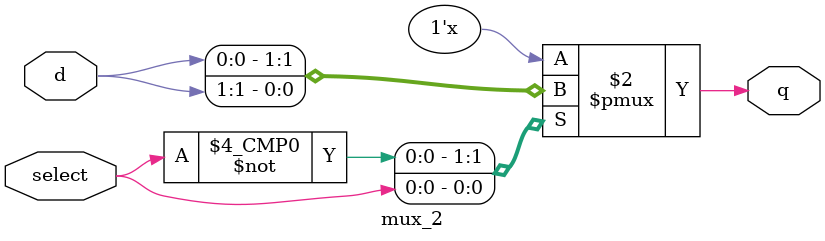
<source format=v>
`timescale 1ns / 1ps


module mux_2(input[2-1:0] d, input select, output reg q);

always@(d or select)
begin
    case(select)
       0: q = d[0];
       1: q = d[1];
    endcase
end
endmodule

</source>
